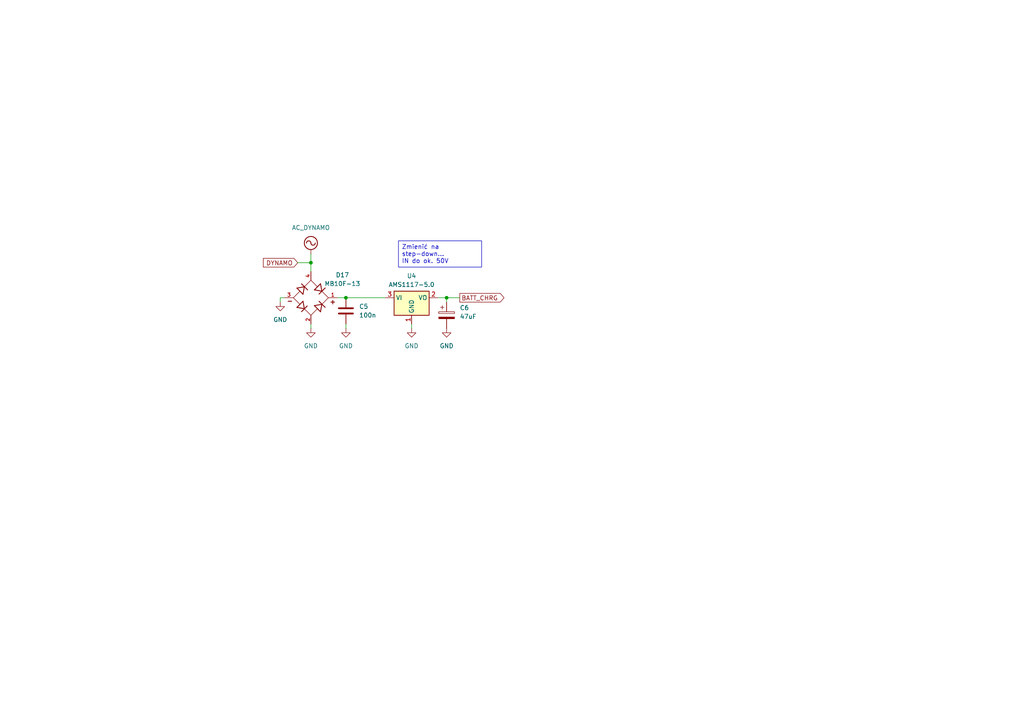
<source format=kicad_sch>
(kicad_sch (version 20231120) (generator "eeschema") (generator_version "8.0")
  (paper "A4")
  (lib_symbols
    (symbol "Device:C" (pin_numbers hide) (pin_names (offset 0.254))
      (property "Reference" "C" (at 0.635 2.54 0))
      (property "Value" "C" (at 0.635 -2.54 0))
      (symbol "C_0_1"
        (polyline (pts (xy -2.032 -0.762) (xy 2.032 -0.762)) (stroke (width 0.508)))
        (polyline (pts (xy -2.032 0.762) (xy 2.032 0.762)) (stroke (width 0.508)))
      )
      (symbol "C_1_1"
        (pin passive line (at 0 3.81 270) (length 2.794) (name "~") (number "1"))
        (pin passive line (at 0 -3.81 90) (length 2.794) (name "~") (number "2"))
      )
    )
    (symbol "Device:C_Polarized" (pin_numbers hide) (pin_names (offset 0.254))
      (property "Reference" "C" (at 0.635 2.54 0))
      (property "Value" "C_Polarized" (at 0.635 -2.54 0))
      (symbol "C_Polarized_0_1"
        (rectangle (start -2.286 0.508) (end 2.286 1.016))
        (polyline (pts (xy -1.778 2.286) (xy -0.762 2.286)))
        (polyline (pts (xy -1.27 2.794) (xy -1.27 1.778)))
        (rectangle (start 2.286 -0.508) (end -2.286 -1.016) (fill (type outline)))
      )
      (symbol "C_Polarized_1_1"
        (pin passive line (at 0 3.81 270) (length 2.794) (name "~") (number "1"))
        (pin passive line (at 0 -3.81 90) (length 2.794) (name "~") (number "2"))
      )
    )
    (symbol "MB10F-13:MB10F-13" (pin_names (offset 1.016))
      (property "Reference" "D" (at 5.08 5.08 0))
      (property "Value" "MB10F-13" (at 5.08 -7.62 0))
      (symbol "MB10F-13_0_0"
        (polyline (pts (xy -6.858 1.27) (xy -5.842 1.27)) (stroke (width 0.254)))
        (polyline (pts (xy -6.35 0.762) (xy -6.35 1.778)) (stroke (width 0.254)))
        (polyline (pts (xy -5.08 0) (xy -3.175 -1.905)) (stroke (width 0.1524)))
        (polyline (pts (xy -3.175 -1.905) (xy -2.794 -4.064)) (stroke (width 0.254)))
        (polyline (pts (xy -3.175 -1.905) (xy -1.016 -2.286)) (stroke (width 0.254)))
        (polyline (pts (xy -3.175 1.905) (xy -5.08 0)) (stroke (width 0.1524)))
        (polyline (pts (xy -3.175 1.905) (xy -2.794 4.064)) (stroke (width 0.254)))
        (polyline (pts (xy -3.175 1.905) (xy -1.016 2.286)) (stroke (width 0.254)))
        (polyline (pts (xy -2.3622 -1.0668) (xy -4.1402 -2.8448)) (stroke (width 0.254)))
        (polyline (pts (xy -2.3622 1.016) (xy -4.1402 2.794)) (stroke (width 0.254)))
        (polyline (pts (xy -1.016 -2.286) (xy -2.794 -4.064)) (stroke (width 0.254)))
        (polyline (pts (xy -1.016 2.286) (xy -2.794 4.064)) (stroke (width 0.254)))
        (polyline (pts (xy 0 -5.08) (xy -1.8034 -3.2766)) (stroke (width 0.1524)))
        (polyline (pts (xy 0 -5.08) (xy 1.905 -3.175)) (stroke (width 0.1524)))
        (polyline (pts (xy 0 5.08) (xy -1.8034 3.2766)) (stroke (width 0.1524)))
        (polyline (pts (xy 1.905 -3.175) (xy 2.286 -1.016)) (stroke (width 0.254)))
        (polyline (pts (xy 1.905 -3.175) (xy 4.064 -2.794)) (stroke (width 0.254)))
        (polyline (pts (xy 1.905 3.175) (xy 0 5.08)) (stroke (width 0.1524)))
        (polyline (pts (xy 1.905 3.175) (xy 2.286 1.016)) (stroke (width 0.254)))
        (polyline (pts (xy 1.905 3.175) (xy 4.064 2.794)) (stroke (width 0.254)))
        (polyline (pts (xy 2.7178 -4.0386) (xy 0.9398 -2.2606)) (stroke (width 0.254)))
        (polyline (pts (xy 2.7178 4.0386) (xy 1.0668 2.3876)) (stroke (width 0.254)))
        (polyline (pts (xy 3.2766 -1.8034) (xy 5.08 0)) (stroke (width 0.1524)))
        (polyline (pts (xy 4.064 -2.794) (xy 2.286 -1.016)) (stroke (width 0.254)))
        (polyline (pts (xy 4.064 2.794) (xy 2.286 1.016)) (stroke (width 0.254)))
        (polyline (pts (xy 5.08 0) (xy 3.2766 1.8034)) (stroke (width 0.1524)))
        (polyline (pts (xy 5.588 1.016) (xy 6.604 1.016)) (stroke (width 0.254)))
        (pin passive line (at -7.62 0 0) (length 2.54) (name "~") (number "1"))
        (pin passive line (at 0 7.62 270) (length 2.54) (name "~") (number "2"))
        (pin passive line (at 7.62 0 180) (length 2.54) (name "~") (number "3"))
        (pin passive line (at 0 -7.62 90) (length 2.54) (name "~") (number "4"))
      )
    )
    (symbol "Regulator_Linear:AMS1117-5.0"
      (property "Reference" "U" (at -3.81 3.175 0))
      (property "Value" "AMS1117-5.0" (at 0 3.175 0))
      (symbol "AMS1117-5.0_0_1"
        (rectangle (start -5.08 -5.08) (end 5.08 1.905) (stroke (width 0.254)) (fill (type background)))
      )
      (symbol "AMS1117-5.0_1_1"
        (pin power_in line (at 0 -7.62 90) (length 2.54) (name "GND") (number "1"))
        (pin power_out line (at 7.62 0 180) (length 2.54) (name "VO") (number "2"))
        (pin power_in line (at -7.62 0 0) (length 2.54) (name "VI") (number "3"))
      )
    )
    (symbol "power:AC" (power) (pin_numbers hide) (pin_names (offset 0) hide)
      (property "Value" "AC" (at 0 6.35 0))
      (symbol "AC_0_1"
        (polyline (pts (xy 0 0) (xy 0 1.27)))
        (arc (start 0 3.175) (mid -0.635 3.8073) (end -1.27 3.175) (stroke (width 0.254)))
        (arc (start 0 3.175) (mid 0.635 2.5427) (end 1.27 3.175) (stroke (width 0.254)))
        (circle (center 0 3.175) (radius 1.905) (stroke (width 0.254)))
      )
      (symbol "AC_1_1"
        (pin power_in line (at 0 0 90) (length 0) (name "~") (number "1"))
      )
    )
    (symbol "power:GND" (power) (pin_numbers hide) (pin_names (offset 0) hide)
      (property "Value" "GND" (at 0 -3.81 0))
      (symbol "GND_0_1"
        (polyline (pts (xy 0 0) (xy 0 -1.27) (xy 1.27 -1.27) (xy 0 -2.54) (xy -1.27 -1.27) (xy 0 -1.27)))
      )
      (symbol "GND_1_1"
        (pin power_in line (at 0 0 270) (length 0) (name "~") (number "1"))
      )
    )
  )
  (junction (at 129.54 86.36))
  (junction (at 90.17 76.2))
  (junction (at 100.33 86.36))
  (wire (pts (xy 100.33 93.98) (xy 100.33 95.25)))
  (wire (pts (xy 97.79 86.36) (xy 100.33 86.36)))
  (wire (pts (xy 111.76 86.36) (xy 100.33 86.36)))
  (wire (pts (xy 90.17 73.66) (xy 90.17 76.2)))
  (wire (pts (xy 86.36 76.2) (xy 90.17 76.2)))
  (wire (pts (xy 90.17 93.98) (xy 90.17 95.25)))
  (wire (pts (xy 129.54 86.36) (xy 127 86.36)))
  (wire (pts (xy 119.38 93.98) (xy 119.38 95.25)))
  (wire (pts (xy 90.17 76.2) (xy 90.17 78.74)))
  (wire (pts (xy 129.54 87.63) (xy 129.54 86.36)))
  (wire (pts (xy 81.28 86.36) (xy 81.28 87.63)))
  (wire (pts (xy 82.55 86.36) (xy 81.28 86.36)))
  (wire (pts (xy 129.54 86.36) (xy 133.35 86.36)))
  (text_box "Zmienić na step-down...\nIN do ok. 50V" (at 115.57 69.85 0) (size 24.13 7.62) (effects (font (size 1.27 1.27)) (justify left top)))
  (global_label "BATT_CHRG" (shape output) (at 133.35 86.36 0) (property "Intersheetrefs" "${INTERSHEET_REFS}" (effects (hide yes))))
  (global_label "DYNAMO" (shape input) (at 86.36 76.2 180) (property "Intersheetrefs" "${INTERSHEET_REFS}" (effects (hide yes))))
  (symbol (lib_id "power:GND") (at 129.54 95.25 0) (unit 1)
    (property "Reference" "#PWR047" (effects (hide yes)))
    (property "Value" "GND" (at 129.54 100.33 0))
    (property "Description" "Power symbol creates a global label with name \"GND\" , ground" (effects (hide yes)))
  )
  (symbol (lib_id "MB10F-13:MB10F-13") (at 90.17 86.36 180) (unit 1)
    (property "Reference" "D17" (at 99.314 79.756 0))
    (property "Value" "MB10F-13" (at 99.314 82.296 0))
    (property "Footprint" "MB10F-13:DIOB_MB10F-13" (effects (hide yes)))
    (property "MF" "Diodes Inc." (effects (hide yes)))
    (property "MAXIMUM_PACKAGE_HEIGHT" "1.8 mm" (effects (hide yes)))
    (property "Package" "SMD-4 Diodes Inc." (effects (hide yes)))
    (property "Price" "None" (effects (hide yes)))
    (property "Check_prices" "https://www.snapeda.com/parts/MB10F-13/Diodes+Inc./view-part/?ref=eda" (effects (hide yes)))
    (property "STANDARD" "Manufacturer Recommendations" (effects (hide yes)))
    (property "PARTREV" "3 - 2" (effects (hide yes)))
    (property "SnapEDA_Link" "https://www.snapeda.com/parts/MB10F-13/Diodes+Inc./view-part/?ref=snap" (effects (hide yes)))
    (property "MP" "MB10F-13" (effects (hide yes)))
    (property "Purchase-URL" "https://www.snapeda.com/api/url_track_click_mouser/?unipart_id=1301322&manufacturer=Diodes Inc.&part_name=MB10F-13&search_term=None" (effects (hide yes)))
    (property "Description_1" "\nBridge Rectifier Single Phase Standard 1 kV Surface Mount MBF\n" (effects (hide yes)))
    (property "Availability" "In Stock" (effects (hide yes)))
    (property "MANUFACTURER" "Diodes Inc." (effects (hide yes)))
  )
  (symbol (lib_id "power:AC") (at 90.17 73.66 0) (unit 1)
    (property "Reference" "#PWR041" (effects (hide yes)))
    (property "Value" "AC_DYNAMO" (at 90.17 66.04 0))
    (property "Description" "Power symbol creates a global label with name \"AC\"" (effects (hide yes)))
  )
  (symbol (lib_id "Device:C") (at 100.33 90.17 0) (unit 1)
    (property "Reference" "C5" (at 104.14 88.8999 0) (effects (justify left)))
    (property "Value" "100n" (at 104.14 91.4399 0) (effects (justify left)))
    (property "Description" "Unpolarized capacitor" (effects (hide yes)))
  )
  (symbol (lib_id "power:GND") (at 100.33 95.25 0) (unit 1)
    (property "Reference" "#PWR044" (effects (hide yes)))
    (property "Value" "GND" (at 100.33 100.33 0))
    (property "Description" "Power symbol creates a global label with name \"GND\" , ground" (effects (hide yes)))
  )
  (symbol (lib_id "Device:C_Polarized") (at 129.54 91.44 0) (unit 1)
    (property "Reference" "C6" (at 133.35 89.2809 0) (effects (justify left)))
    (property "Value" "47uF" (at 133.35 91.8209 0) (effects (justify left)))
    (property "Description" "Polarized capacitor" (effects (hide yes)))
  )
  (symbol (lib_id "power:GND") (at 119.38 95.25 0) (unit 1)
    (property "Reference" "#PWR045" (effects (hide yes)))
    (property "Value" "GND" (at 119.38 100.33 0))
    (property "Description" "Power symbol creates a global label with name \"GND\" , ground" (effects (hide yes)))
  )
  (symbol (lib_id "Regulator_Linear:AMS1117-5.0") (at 119.38 86.36 0) (unit 1)
    (property "Reference" "U4" (at 119.38 80.01 0))
    (property "Value" "AMS1117-5.0" (at 119.38 82.55 0))
    (property "Footprint" "Package_TO_SOT_SMD:SOT-223-3_TabPin2" (effects (hide yes)))
    (property "Datasheet" "http://www.advanced-monolithic.com/pdf/ds1117.pdf" (effects (hide yes)))
    (property "Description" "1A Low Dropout regulator, positive, 5.0V fixed output, SOT-223" (effects (hide yes)))
  )
  (symbol (lib_id "power:GND") (at 90.17 95.25 0) (unit 1)
    (property "Reference" "#PWR042" (effects (hide yes)))
    (property "Value" "GND" (at 90.17 100.33 0))
    (property "Description" "Power symbol creates a global label with name \"GND\" , ground" (effects (hide yes)))
  )
  (symbol (lib_id "power:GND") (at 81.28 87.63 0) (unit 1)
    (property "Reference" "#PWR043" (effects (hide yes)))
    (property "Value" "GND" (at 81.28 92.71 0))
    (property "Description" "Power symbol creates a global label with name \"GND\" , ground" (effects (hide yes)))
  )
)
</source>
